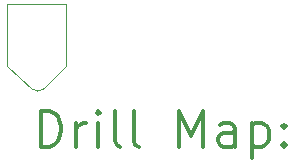
<source format=gbr>
%FSLAX45Y45*%
G04 Gerber Fmt 4.5, Leading zero omitted, Abs format (unit mm)*
G04 Created by KiCad (PCBNEW (5.1.0)-1) date 2019-09-18 17:57:16*
%MOMM*%
%LPD*%
G04 APERTURE LIST*
%ADD10C,0.050000*%
%ADD11C,0.200000*%
%ADD12C,0.300000*%
G04 APERTURE END LIST*
D10*
X14142720Y-10711180D02*
G75*
G02X14043660Y-10711180I-49530J49530D01*
G01*
X13836650Y-10515600D02*
X13836650Y-9994900D01*
X14043660Y-10711180D02*
X13836650Y-10515600D01*
X14331950Y-10515600D02*
X14142720Y-10711180D01*
X14331950Y-9994900D02*
X14331950Y-10515600D01*
X13836650Y-9994900D02*
X14331950Y-9994900D01*
D11*
D12*
X14120578Y-11199910D02*
X14120578Y-10899910D01*
X14192007Y-10899910D01*
X14234864Y-10914196D01*
X14263436Y-10942767D01*
X14277721Y-10971339D01*
X14292007Y-11028482D01*
X14292007Y-11071339D01*
X14277721Y-11128482D01*
X14263436Y-11157053D01*
X14234864Y-11185624D01*
X14192007Y-11199910D01*
X14120578Y-11199910D01*
X14420578Y-11199910D02*
X14420578Y-10999910D01*
X14420578Y-11057053D02*
X14434864Y-11028482D01*
X14449150Y-11014196D01*
X14477721Y-10999910D01*
X14506293Y-10999910D01*
X14606293Y-11199910D02*
X14606293Y-10999910D01*
X14606293Y-10899910D02*
X14592007Y-10914196D01*
X14606293Y-10928482D01*
X14620578Y-10914196D01*
X14606293Y-10899910D01*
X14606293Y-10928482D01*
X14792007Y-11199910D02*
X14763436Y-11185624D01*
X14749150Y-11157053D01*
X14749150Y-10899910D01*
X14949150Y-11199910D02*
X14920578Y-11185624D01*
X14906293Y-11157053D01*
X14906293Y-10899910D01*
X15292007Y-11199910D02*
X15292007Y-10899910D01*
X15392007Y-11114196D01*
X15492007Y-10899910D01*
X15492007Y-11199910D01*
X15763436Y-11199910D02*
X15763436Y-11042767D01*
X15749150Y-11014196D01*
X15720578Y-10999910D01*
X15663436Y-10999910D01*
X15634864Y-11014196D01*
X15763436Y-11185624D02*
X15734864Y-11199910D01*
X15663436Y-11199910D01*
X15634864Y-11185624D01*
X15620578Y-11157053D01*
X15620578Y-11128482D01*
X15634864Y-11099910D01*
X15663436Y-11085625D01*
X15734864Y-11085625D01*
X15763436Y-11071339D01*
X15906293Y-10999910D02*
X15906293Y-11299910D01*
X15906293Y-11014196D02*
X15934864Y-10999910D01*
X15992007Y-10999910D01*
X16020578Y-11014196D01*
X16034864Y-11028482D01*
X16049150Y-11057053D01*
X16049150Y-11142767D01*
X16034864Y-11171339D01*
X16020578Y-11185624D01*
X15992007Y-11199910D01*
X15934864Y-11199910D01*
X15906293Y-11185624D01*
X16177721Y-11171339D02*
X16192007Y-11185624D01*
X16177721Y-11199910D01*
X16163436Y-11185624D01*
X16177721Y-11171339D01*
X16177721Y-11199910D01*
X16177721Y-11014196D02*
X16192007Y-11028482D01*
X16177721Y-11042767D01*
X16163436Y-11028482D01*
X16177721Y-11014196D01*
X16177721Y-11042767D01*
M02*

</source>
